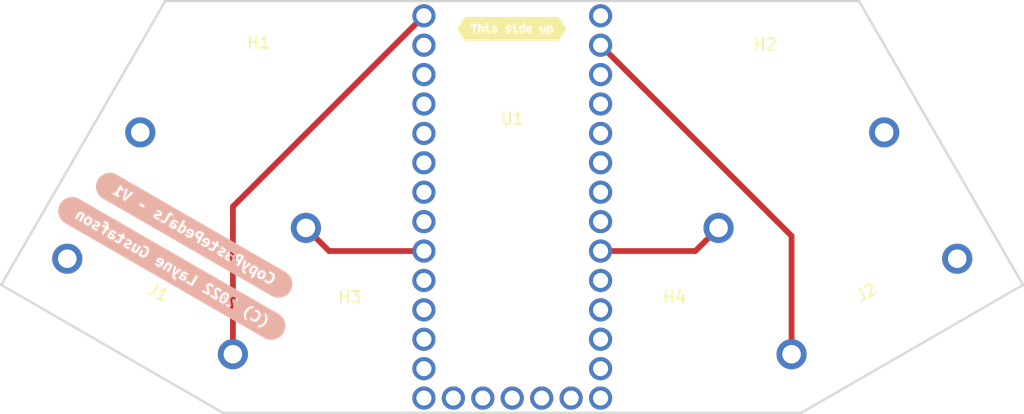
<source format=kicad_pcb>
(kicad_pcb (version 20211014) (generator pcbnew)
  (layers (0 "F.Cu" signal) (31 "B.Cu" signal) (34 "B.Paste" user) (35 "F.Paste" user) (36 "B.SilkS" user "B.Silkscreen") (37 "F.SilkS" user "F.Silkscreen") (38 "B.Mask" user) (39 "F.Mask" user) (44 "Edge.Cuts" user))
  (net 0 "")
  (net 1 "Net-(J1-Pad1)")
  (net 2 "Net-(J1-Pad2)")
  (net 3 "Net-(J2-Pad1)")
  (net 4 "Net-(J2-Pad2)")
  (footprint "kibuzzard-622EB2CA" (layer "F.Cu") (at 149.4028 74.1934)
    (fp_text reference "kibuzzard-622EB2CA" hide)
    (fp_text value "G***" hide)
  )
  (footprint "MountingHole:MountingHole_2.2mm_M2" (layer "F.Cu") (at 135.4408 100.57902)
    (fp_text reference "H3" (at 0 -3.2) (layer "F.SilkS"))
    (fp_text value "MountingHole")
    (pad "" np_thru_hole circle (at 0 0) (size 2.2 2.2) (drill 2.2) (layers *.Cu *.Mask))
  )
  (footprint "MountingHole:MountingHole_2.2mm_M2" (layer "F.Cu") (at 131.4408 75.57902)
    (fp_text reference "H1" (at -3.882 -0.19182) (layer "F.SilkS"))
    (fp_text value "MountingHole")
    (pad "" np_thru_hole circle (at 0 0) (size 2.2 2.2) (drill 2.2) (layers *.Cu *.Mask))
  )
  (footprint "cpp:JC-2080_14_Inch_Jack" (layer "F.Cu") (at 176.8094 91.4654 -150)
    (fp_text reference "J2" (at 0 -6.35 30 unlocked) (layer "F.SilkS"))
    (fp_text value "JC-2080_1/4_Inch_Jack")
    (pad "1" thru_hole circle (at 8.25 -7.75 210) (size 2.6 2.6) (drill 1.6) (layers *.Cu *.Mask) (net 3 "Net-(J2-Pad1)"))
    (pad "1" thru_hole circle (at -8.25 -7.75 210) (size 2.6 2.6) (drill 1.6) (layers *.Cu *.Mask) (net 3 "Net-(J2-Pad1)"))
    (pad "2" thru_hole circle (at 8.25 4.85 210) (size 2.6 2.6) (drill 1.6) (layers *.Cu *.Mask) (net 4 "Net-(J2-Pad2)"))
    (pad "2" thru_hole circle (at -8.25 4.85 210) (size 2.6 2.6) (drill 1.6) (layers *.Cu *.Mask) (net 4 "Net-(J2-Pad2)"))
  )
  (footprint "MountingHole:MountingHole_2.2mm_M2" (layer "F.Cu") (at 167.4408 75.57902)
    (fp_text reference "H2" (at 3.8314 -0.03942) (layer "F.SilkS"))
    (fp_text value "MountingHole")
    (pad "" np_thru_hole circle (at 0 0) (size 2.2 2.2) (drill 2.2) (layers *.Cu *.Mask))
  )
  (footprint "cpp:Teensy LC" (layer "F.Cu") (at 149.4408 89.57902)
    (fp_text reference "U1" (at 0 -7.62 unlocked) (layer "F.SilkS"))
    (fp_text value "Teensy_LC")
    (pad "1" thru_hole circle (at 7.62 -16.51) (size 2 2) (drill 1.3) (layers *.Cu *.Mask))
    (pad "2" thru_hole circle (at 7.62 -13.97) (size 2 2) (drill 1.3) (layers *.Cu *.Mask) (net 3 "Net-(J2-Pad1)"))
    (pad "3" thru_hole circle (at 7.62 -11.43) (size 2 2) (drill 1.3) (layers *.Cu *.Mask))
    (pad "4" thru_hole circle (at 7.62 -8.89) (size 2 2) (drill 1.3) (layers *.Cu *.Mask))
    (pad "5" thru_hole circle (at 7.62 -6.35) (size 2 2) (drill 1.3) (layers *.Cu *.Mask))
    (pad "6" thru_hole circle (at 7.62 -3.81) (size 2 2) (drill 1.3) (layers *.Cu *.Mask))
    (pad "7" thru_hole circle (at 7.62 -1.27) (size 2 2) (drill 1.3) (layers *.Cu *.Mask))
    (pad "8" thru_hole circle (at 7.62 1.27) (size 2 2) (drill 1.3) (layers *.Cu *.Mask))
    (pad "9" thru_hole circle (at 7.62 3.81) (size 2 2) (drill 1.3) (layers *.Cu *.Mask) (net 4 "Net-(J2-Pad2)"))
    (pad "10" thru_hole circle (at 7.62 6.35) (size 2 2) (drill 1.3) (layers *.Cu *.Mask))
    (pad "11" thru_hole circle (at 7.62 8.89) (size 2 2) (drill 1.3) (layers *.Cu *.Mask))
    (pad "12" thru_hole circle (at 7.62 11.43) (size 2 2) (drill 1.3) (layers *.Cu *.Mask))
    (pad "13" thru_hole circle (at 7.62 13.97) (size 2 2) (drill 1.3) (layers *.Cu *.Mask))
    (pad "14" thru_hole circle (at 7.62 16.51) (size 2 2) (drill 1.3) (layers *.Cu *.Mask))
    (pad "15" thru_hole circle (at 5.08 16.51) (size 2 2) (drill 1.3) (layers *.Cu *.Mask))
    (pad "16" thru_hole circle (at 2.54 16.51) (size 2 2) (drill 1.3) (layers *.Cu *.Mask))
    (pad "17" thru_hole circle (at 0 16.51) (size 2 2) (drill 1.3) (layers *.Cu *.Mask))
    (pad "18" thru_hole circle (at -2.54 16.51) (size 2 2) (drill 1.3) (layers *.Cu *.Mask))
    (pad "19" thru_hole circle (at -5.08 16.51) (size 2 2) (drill 1.3) (layers *.Cu *.Mask))
    (pad "20" thru_hole circle (at -7.62 16.51) (size 2 2) (drill 1.3) (layers *.Cu *.Mask))
    (pad "21" thru_hole circle (at -7.62 13.97) (size 2 2) (drill 1.3) (layers *.Cu *.Mask))
    (pad "22" thru_hole circle (at -7.62 11.43) (size 2 2) (drill 1.3) (layers *.Cu *.Mask))
    (pad "23" thru_hole circle (at -7.62 8.89) (size 2 2) (drill 1.3) (layers *.Cu *.Mask))
    (pad "24" thru_hole circle (at -7.62 6.35) (size 2 2) (drill 1.3) (layers *.Cu *.Mask))
    (pad "25" thru_hole circle (at -7.62 3.81) (size 2 2) (drill 1.3) (layers *.Cu *.Mask) (net 2 "Net-(J1-Pad2)"))
    (pad "26" thru_hole circle (at -7.62 1.27) (size 2 2) (drill 1.3) (layers *.Cu *.Mask))
    (pad "27" thru_hole circle (at -7.62 -1.27) (size 2 2) (drill 1.3) (layers *.Cu *.Mask))
    (pad "28" thru_hole circle (at -7.62 -3.81) (size 2 2) (drill 1.3) (layers *.Cu *.Mask))
    (pad "29" thru_hole circle (at -7.62 -6.35) (size 2 2) (drill 1.3) (layers *.Cu *.Mask))
    (pad "30" thru_hole circle (at -7.62 -8.89) (size 2 2) (drill 1.3) (layers *.Cu *.Mask))
    (pad "31" thru_hole circle (at -7.62 -11.43) (size 2 2) (drill 1.3) (layers *.Cu *.Mask))
    (pad "32" thru_hole circle (at -7.62 -13.97) (size 2 2) (drill 1.3) (layers *.Cu *.Mask))
    (pad "33" thru_hole circle (at -7.62 -16.51) (size 2 2) (drill 1.3) (layers *.Cu *.Mask) (net 1 "Net-(J1-Pad1)"))
  )
  (footprint "MountingHole:MountingHole_2.2mm_M2" (layer "F.Cu") (at 163.4408 100.57902)
    (fp_text reference "H4" (at 0 -3.2) (layer "F.SilkS"))
    (fp_text value "MountingHole")
    (pad "" np_thru_hole circle (at 0 0) (size 2.2 2.2) (drill 2.2) (layers *.Cu *.Mask))
  )
  (footprint "cpp:JC-2080_14_Inch_Jack" (layer "F.Cu") (at 122.0722 91.4654 150)
    (fp_text reference "J1" (at 0 -6.35 330 unlocked) (layer "F.SilkS"))
    (fp_text value "JC-2080_1/4_Inch_Jack")
    (pad "1" thru_hole circle (at -8.25 -7.75 150) (size 2.6 2.6) (drill 1.6) (layers *.Cu *.Mask) (net 1 "Net-(J1-Pad1)"))
    (pad "1" thru_hole circle (at 8.25 -7.75 150) (size 2.6 2.6) (drill 1.6) (layers *.Cu *.Mask) (net 1 "Net-(J1-Pad1)"))
    (pad "2" thru_hole circle (at 8.25 4.85 150) (size 2.6 2.6) (drill 1.6) (layers *.Cu *.Mask) (net 2 "Net-(J1-Pad2)"))
    (pad "2" thru_hole circle (at -8.25 4.85 150) (size 2.6 2.6) (drill 1.6) (layers *.Cu *.Mask) (net 2 "Net-(J1-Pad2)"))
  )
  (footprint "kibuzzard-622EB217" (layer "B.Cu") (at 121.9962 92.0242 150)
    (fp_text reference "kibuzzard-622EB217" hide)
    (fp_text value "G***" hide)
  )
  (footprint "kibuzzard-622EB260" (layer "B.Cu") (at 120.0658 94.8944 150)
    (fp_text reference "kibuzzard-622EB260" hide)
    (fp_text value "G***" hide)
  )
  (gr_line (start 179.3563 71.8058) (end 158.318 71.8058) (layer "Edge.Cuts") (width 0.2))
  (gr_line (start 140.538 107.3658) (end 158.318 107.3658) (layer "Edge.Cuts") (width 0.2))
  (gr_line (start 105.3488 96.3158) (end 119.4997 71.8058) (layer "Edge.Cuts") (width 0.2))
  (gr_line (start 124.488 107.3658) (end 140.538 107.3658) (layer "Edge.Cuts") (width 0.2))
  (gr_line (start 105.3488 96.3158) (end 124.488 107.3658) (layer "Edge.Cuts") (width 0.2))
  (gr_line (start 119.4997 71.8058) (end 140.538 71.8058) (layer "Edge.Cuts") (width 0.2))
  (gr_line (start 193.5072 96.3158) (end 179.3563 71.8058) (layer "Edge.Cuts") (width 0.2))
  (gr_line (start 158.318 71.8058) (end 140.538 71.8058) (layer "Edge.Cuts") (width 0.2))
  (gr_line (start 158.318 107.3658) (end 174.368 107.3658) (layer "Edge.Cuts") (width 0.2))
  (gr_line (start 174.368 107.3658) (end 193.5072 96.3158) (layer "Edge.Cuts") (width 0.2))
  (segment (start 125.34191 102.302097) (end 125.34191 89.54791) (width 0.5) (layer "F.Cu") (net 1))
  (segment (start 125.34191 89.54791) (end 141.8208 73.06902) (width 0.5) (layer "F.Cu") (net 1))
  (segment (start 131.64191 91.390177) (end 133.640753 93.38902) (width 0.5) (layer "F.Cu") (net 2))
  (segment (start 133.640753 93.38902) (end 141.8208 93.38902) (width 0.5) (layer "F.Cu") (net 2))
  (segment (start 173.53969 92.08791) (end 157.0608 75.60902) (width 0.5) (layer "F.Cu") (net 3))
  (segment (start 173.53969 102.302097) (end 173.53969 92.08791) (width 0.5) (layer "F.Cu") (net 3))
  (segment (start 165.240847 93.38902) (end 157.0608 93.38902) (width 0.5) (layer "F.Cu") (net 4))
  (segment (start 167.23969 91.390177) (end 165.240847 93.38902) (width 0.5) (layer "F.Cu") (net 4))
)
</source>
